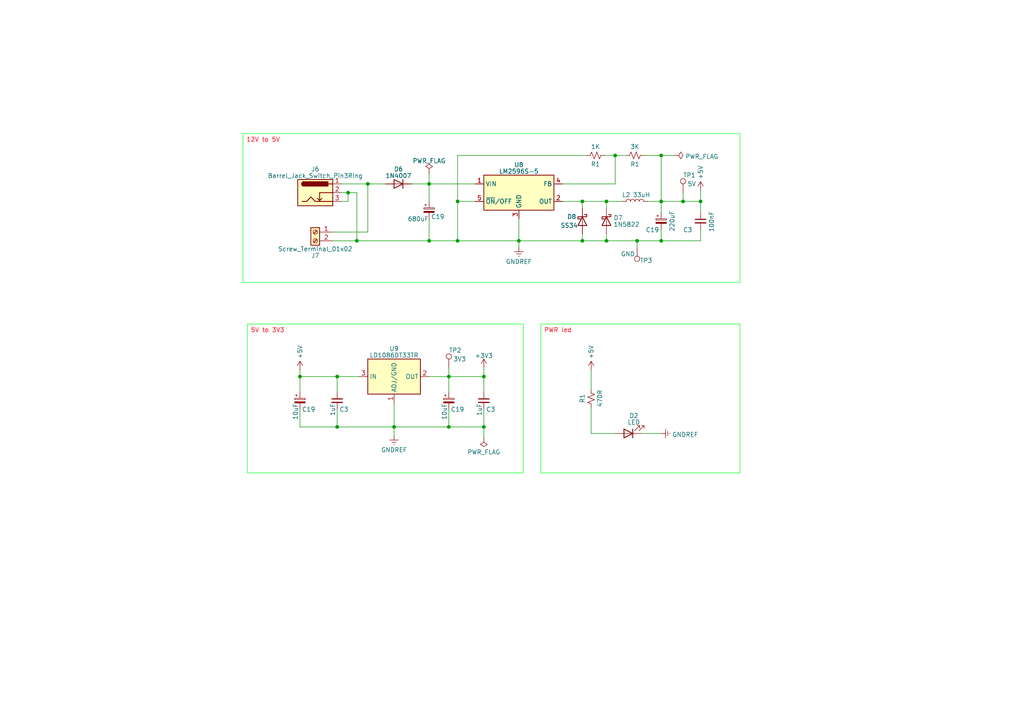
<source format=kicad_sch>
(kicad_sch (version 20230121) (generator eeschema)
  (paper "A4")
  (lib_symbols
    (symbol "Connector:Barrel_Jack_Switch_Pin3Ring" (pin_names hide)
      (property "Reference" "J" (at 0 5.334 0))
      (property "Value" "Barrel_Jack_Switch_Pin3Ring" (at 0 -5.08 0))
      (symbol "Barrel_Jack_Switch_Pin3Ring_0_1"
        (rectangle (start -5.08 3.81) (end 5.08 -3.81) (stroke (width 0.254)) (fill (type background)))
        (arc (start -3.302 3.175) (mid -3.9343 2.54) (end -3.302 1.905) (stroke (width 0.254)))
        (arc (start -3.302 3.175) (mid -3.9343 2.54) (end -3.302 1.905) (stroke (width 0.254)) (fill (type outline)))
        (polyline (pts (xy 1.27 -2.286) (xy 1.905 -1.651)) (stroke (width 0.254)))
        (polyline (pts (xy 5.08 2.54) (xy 3.81 2.54)) (stroke (width 0.254)))
        (polyline (pts (xy 5.08 0) (xy 1.27 0) (xy 1.27 -2.286) (xy 0.635 -1.651)) (stroke (width 0.254)))
        (polyline (pts (xy -3.81 -2.54) (xy -2.54 -2.54) (xy -1.27 -1.27) (xy 0 -2.54) (xy 2.54 -2.54) (xy 5.08 -2.54)) (stroke (width 0.254)))
        (rectangle (start 3.683 3.175) (end -3.302 1.905) (stroke (width 0.254)) (fill (type outline)))
      )
      (symbol "Barrel_Jack_Switch_Pin3Ring_1_1"
        (pin passive line (at 7.62 2.54 180) (length 2.54) (name "~") (number "1"))
        (pin passive line (at 7.62 0 180) (length 2.54) (name "~") (number "2"))
        (pin passive line (at 7.62 -2.54 180) (length 2.54) (name "~") (number "3"))
      )
    )
    (symbol "Connector:Screw_Terminal_01x02" (pin_names (offset 1.016) hide)
      (property "Reference" "J" (at 0 2.54 0))
      (property "Value" "Screw_Terminal_01x02" (at 0 -5.08 0))
      (symbol "Screw_Terminal_01x02_1_1"
        (rectangle (start -1.27 1.27) (end 1.27 -3.81) (stroke (width 0.254)) (fill (type background)))
        (circle (center 0 -2.54) (radius 0.635) (stroke (width 0.1524)))
        (polyline (pts (xy -0.5334 -2.2098) (xy 0.3302 -3.048)) (stroke (width 0.1524)))
        (polyline (pts (xy -0.5334 0.3302) (xy 0.3302 -0.508)) (stroke (width 0.1524)))
        (polyline (pts (xy -0.3556 -2.032) (xy 0.508 -2.8702)) (stroke (width 0.1524)))
        (polyline (pts (xy -0.3556 0.508) (xy 0.508 -0.3302)) (stroke (width 0.1524)))
        (circle (center 0 0) (radius 0.635) (stroke (width 0.1524)))
        (pin passive line (at -5.08 0 0) (length 3.81) (name "Pin_1") (number "1"))
        (pin passive line (at -5.08 -2.54 0) (length 3.81) (name "Pin_2") (number "2"))
      )
    )
    (symbol "Connector:TestPoint" (pin_numbers hide) (pin_names (offset 0.762) hide)
      (property "Reference" "TP" (at 0 6.858 0))
      (property "Value" "TestPoint" (at 0 5.08 0))
      (symbol "TestPoint_0_1"
        (circle (center 0 3.302) (radius 0.762))
      )
      (symbol "TestPoint_1_1"
        (pin passive line (at 0 0 90) (length 2.54) (name "1") (number "1"))
      )
    )
    (symbol "Device:C_Polarized_Small" (pin_numbers hide) (pin_names (offset 0.254) hide)
      (property "Reference" "C" (at 0.254 1.778 0))
      (property "Value" "C_Polarized_Small" (at 0.254 -2.032 0))
      (symbol "C_Polarized_Small_0_1"
        (rectangle (start -1.524 -0.3048) (end 1.524 -0.6858) (fill (type outline)))
        (rectangle (start -1.524 0.6858) (end 1.524 0.3048))
        (polyline (pts (xy -1.27 1.524) (xy -0.762 1.524)))
        (polyline (pts (xy -1.016 1.27) (xy -1.016 1.778)))
      )
      (symbol "C_Polarized_Small_1_1"
        (pin passive line (at 0 2.54 270) (length 1.8542) (name "~") (number "1"))
        (pin passive line (at 0 -2.54 90) (length 1.8542) (name "~") (number "2"))
      )
    )
    (symbol "Device:C_Small" (pin_numbers hide) (pin_names (offset 0.254) hide)
      (property "Reference" "C" (at 0.254 1.778 0))
      (property "Value" "C_Small" (at 0.254 -2.032 0))
      (symbol "C_Small_0_1"
        (polyline (pts (xy -1.524 -0.508) (xy 1.524 -0.508)) (stroke (width 0.3302)))
        (polyline (pts (xy -1.524 0.508) (xy 1.524 0.508)) (stroke (width 0.3048)))
      )
      (symbol "C_Small_1_1"
        (pin passive line (at 0 2.54 270) (length 2.032) (name "~") (number "1"))
        (pin passive line (at 0 -2.54 90) (length 2.032) (name "~") (number "2"))
      )
    )
    (symbol "Device:D_Schottky" (pin_numbers hide) (pin_names (offset 1.016) hide)
      (property "Reference" "D" (at 0 2.54 0))
      (property "Value" "D_Schottky" (at 0 -2.54 0))
      (symbol "D_Schottky_0_1"
        (polyline (pts (xy 1.27 0) (xy -1.27 0)))
        (polyline (pts (xy 1.27 1.27) (xy 1.27 -1.27) (xy -1.27 0) (xy 1.27 1.27)) (stroke (width 0.254)))
        (polyline (pts (xy -1.905 0.635) (xy -1.905 1.27) (xy -1.27 1.27) (xy -1.27 -1.27) (xy -0.635 -1.27) (xy -0.635 -0.635)) (stroke (width 0.254)))
      )
      (symbol "D_Schottky_1_1"
        (pin passive line (at -3.81 0 0) (length 2.54) (name "K") (number "1"))
        (pin passive line (at 3.81 0 180) (length 2.54) (name "A") (number "2"))
      )
    )
    (symbol "Device:L" (pin_numbers hide) (pin_names (offset 1.016) hide)
      (property "Reference" "L" (at -1.27 0 90))
      (property "Value" "L" (at 1.905 0 90))
      (symbol "L_0_1"
        (arc (start 0 -2.54) (mid 0.6323 -1.905) (end 0 -1.27))
        (arc (start 0 -1.27) (mid 0.6323 -0.635) (end 0 0))
        (arc (start 0 0) (mid 0.6323 0.635) (end 0 1.27))
        (arc (start 0 1.27) (mid 0.6323 1.905) (end 0 2.54))
      )
      (symbol "L_1_1"
        (pin passive line (at 0 3.81 270) (length 1.27) (name "1") (number "1"))
        (pin passive line (at 0 -3.81 90) (length 1.27) (name "2") (number "2"))
      )
    )
    (symbol "Device:LED" (pin_numbers hide) (pin_names (offset 1.016) hide)
      (property "Reference" "D" (at 0 2.54 0))
      (property "Value" "LED" (at 0 -2.54 0))
      (symbol "LED_0_1"
        (polyline (pts (xy -1.27 -1.27) (xy -1.27 1.27)) (stroke (width 0.254)))
        (polyline (pts (xy -1.27 0) (xy 1.27 0)))
        (polyline (pts (xy 1.27 -1.27) (xy 1.27 1.27) (xy -1.27 0) (xy 1.27 -1.27)) (stroke (width 0.254)))
        (polyline (pts (xy -3.048 -0.762) (xy -4.572 -2.286) (xy -3.81 -2.286) (xy -4.572 -2.286) (xy -4.572 -1.524)))
        (polyline (pts (xy -1.778 -0.762) (xy -3.302 -2.286) (xy -2.54 -2.286) (xy -3.302 -2.286) (xy -3.302 -1.524)))
      )
      (symbol "LED_1_1"
        (pin passive line (at -3.81 0 0) (length 2.54) (name "K") (number "1"))
        (pin passive line (at 3.81 0 180) (length 2.54) (name "A") (number "2"))
      )
    )
    (symbol "Device:R_Small_US" (pin_numbers hide) (pin_names (offset 0.254) hide)
      (property "Reference" "R" (at 0.762 0.508 0))
      (property "Value" "R_Small_US" (at 0.762 -1.016 0))
      (symbol "R_Small_US_1_1"
        (polyline (pts (xy 0 0) (xy 1.016 -0.381) (xy 0 -0.762) (xy -1.016 -1.143) (xy 0 -1.524)))
        (polyline (pts (xy 0 1.524) (xy 1.016 1.143) (xy 0 0.762) (xy -1.016 0.381) (xy 0 0)))
        (pin passive line (at 0 2.54 270) (length 1.016) (name "~") (number "1"))
        (pin passive line (at 0 -2.54 90) (length 1.016) (name "~") (number "2"))
      )
    )
    (symbol "Diode:1N4007" (pin_numbers hide) (pin_names hide)
      (property "Reference" "D" (at 0 2.54 0))
      (property "Value" "1N4007" (at 0 -2.54 0))
      (symbol "1N4007_0_1"
        (polyline (pts (xy -1.27 1.27) (xy -1.27 -1.27)) (stroke (width 0.254)))
        (polyline (pts (xy 1.27 0) (xy -1.27 0)))
        (polyline (pts (xy 1.27 1.27) (xy 1.27 -1.27) (xy -1.27 0) (xy 1.27 1.27)) (stroke (width 0.254)))
      )
      (symbol "1N4007_1_1"
        (pin passive line (at -3.81 0 0) (length 2.54) (name "K") (number "1"))
        (pin passive line (at 3.81 0 180) (length 2.54) (name "A") (number "2"))
      )
    )
    (symbol "Diode:1N5822" (pin_numbers hide) (pin_names (offset 1.016) hide)
      (property "Reference" "D" (at 0 2.54 0))
      (property "Value" "1N5822" (at 0 -2.54 0))
      (symbol "1N5822_0_1"
        (polyline (pts (xy 1.27 0) (xy -1.27 0)))
        (polyline (pts (xy 1.27 1.27) (xy 1.27 -1.27) (xy -1.27 0) (xy 1.27 1.27)) (stroke (width 0.254)))
        (polyline (pts (xy -1.905 0.635) (xy -1.905 1.27) (xy -1.27 1.27) (xy -1.27 -1.27) (xy -0.635 -1.27) (xy -0.635 -0.635)) (stroke (width 0.254)))
      )
      (symbol "1N5822_1_1"
        (pin passive line (at -3.81 0 0) (length 2.54) (name "K") (number "1"))
        (pin passive line (at 3.81 0 180) (length 2.54) (name "A") (number "2"))
      )
    )
    (symbol "Regulator_Linear:LD1086DT33TR"
      (property "Reference" "U" (at 0 10.16 0))
      (property "Value" "LD1086DT33TR" (at 0 7.62 0))
      (symbol "LD1086DT33TR_1_1"
        (rectangle (start -7.62 -5.08) (end 7.62 5.08) (stroke (width 0.254)) (fill (type background)))
        (pin input line (at 0 -7.62 90) (length 2.54) (name "ADJ/GND") (number "1"))
        (pin power_out line (at 10.16 0 180) (length 2.54) (name "OUT") (number "2"))
        (pin power_in line (at -10.16 0 0) (length 2.54) (name "IN") (number "3"))
      )
    )
    (symbol "Regulator_Switching:LM2596S-5"
      (property "Reference" "U" (at -10.16 6.35 0))
      (property "Value" "LM2596S-5" (at 0 6.35 0))
      (symbol "LM2596S-5_0_1"
        (rectangle (start -10.16 5.08) (end 10.16 -5.08) (stroke (width 0.254)) (fill (type background)))
      )
      (symbol "LM2596S-5_1_1"
        (pin power_in line (at -12.7 2.54 0) (length 2.54) (name "VIN") (number "1"))
        (pin output line (at 12.7 -2.54 180) (length 2.54) (name "OUT") (number "2"))
        (pin power_in line (at 0 -7.62 90) (length 2.54) (name "GND") (number "3"))
        (pin input line (at 12.7 2.54 180) (length 2.54) (name "FB") (number "4"))
        (pin input line (at -12.7 -2.54 0) (length 2.54) (name "~{ON}/OFF") (number "5"))
      )
    )
    (symbol "power:+3V3" (power) (pin_names (offset 0))
      (property "Value" "+3V3" (at 0 3.556 0))
      (symbol "+3V3_0_1"
        (polyline (pts (xy -0.762 1.27) (xy 0 2.54)))
        (polyline (pts (xy 0 0) (xy 0 2.54)))
        (polyline (pts (xy 0 2.54) (xy 0.762 1.27)))
      )
      (symbol "+3V3_1_1"
        (pin power_in line (at 0 0 90) (length 0) hide (name "+3V3") (number "1"))
      )
    )
    (symbol "power:+5V" (power) (pin_names (offset 0))
      (property "Value" "+5V" (at 0 3.556 0))
      (symbol "+5V_0_1"
        (polyline (pts (xy -0.762 1.27) (xy 0 2.54)))
        (polyline (pts (xy 0 0) (xy 0 2.54)))
        (polyline (pts (xy 0 2.54) (xy 0.762 1.27)))
      )
      (symbol "+5V_1_1"
        (pin power_in line (at 0 0 90) (length 0) hide (name "+5V") (number "1"))
      )
    )
    (symbol "power:GNDREF" (power) (pin_names (offset 0))
      (property "Value" "GNDREF" (at 0 -3.81 0))
      (symbol "GNDREF_0_1"
        (polyline (pts (xy -0.635 -1.905) (xy 0.635 -1.905)))
        (polyline (pts (xy -0.127 -2.54) (xy 0.127 -2.54)))
        (polyline (pts (xy 0 -1.27) (xy 0 0)))
        (polyline (pts (xy 1.27 -1.27) (xy -1.27 -1.27)))
      )
      (symbol "GNDREF_1_1"
        (pin power_in line (at 0 0 270) (length 0) hide (name "GNDREF") (number "1"))
      )
    )
    (symbol "power:PWR_FLAG" (power) (pin_numbers hide) (pin_names (offset 0) hide)
      (property "Value" "PWR_FLAG" (at 0 3.81 0))
      (symbol "PWR_FLAG_0_0"
        (pin power_out line (at 0 0 90) (length 0) (name "pwr") (number "1"))
      )
      (symbol "PWR_FLAG_0_1"
        (polyline (pts (xy 0 0) (xy 0 1.27) (xy -1.016 1.905) (xy 0 2.54) (xy 1.016 1.905) (xy 0 1.27)))
      )
    )
  )
  (junction (at 198.12 58.42))
  (junction (at 130.175 109.22))
  (junction (at 175.895 69.85))
  (junction (at 97.79 123.825))
  (junction (at 191.77 45.085))
  (junction (at 203.2 58.42))
  (junction (at 168.91 58.42))
  (junction (at 191.77 69.85))
  (junction (at 175.895 58.42))
  (junction (at 132.715 58.42))
  (junction (at 100.965 55.88))
  (junction (at 106.68 53.34))
  (junction (at 114.3 123.825))
  (junction (at 132.715 69.85))
  (junction (at 97.79 109.22))
  (junction (at 168.91 69.85))
  (junction (at 86.995 109.22))
  (junction (at 191.77 58.42))
  (junction (at 124.46 53.34))
  (junction (at 103.505 69.85))
  (junction (at 140.335 109.22))
  (junction (at 130.175 123.825))
  (junction (at 150.495 69.85))
  (junction (at 124.46 69.85))
  (junction (at 140.335 123.825))
  (junction (at 184.785 69.85))
  (junction (at 178.435 45.085))
  (wire (pts (xy 132.715 69.85) (xy 150.495 69.85)))
  (wire (pts (xy 140.335 109.22) (xy 130.175 109.22)))
  (wire (pts (xy 97.79 118.745) (xy 97.79 123.825)))
  (wire (pts (xy 178.435 53.34) (xy 178.435 45.085)))
  (wire (pts (xy 137.795 58.42) (xy 132.715 58.42)))
  (wire (pts (xy 203.2 66.675) (xy 203.2 69.85)))
  (wire (pts (xy 100.965 55.88) (xy 103.505 55.88)))
  (wire (pts (xy 86.995 109.22) (xy 97.79 109.22)))
  (wire (pts (xy 124.46 53.34) (xy 124.46 58.42)))
  (wire (pts (xy 168.91 58.42) (xy 175.895 58.42)))
  (wire (pts (xy 103.505 55.88) (xy 103.505 69.85)))
  (wire (pts (xy 186.055 125.73) (xy 191.77 125.73)))
  (wire (pts (xy 191.77 69.85) (xy 191.77 66.675)))
  (wire (pts (xy 150.495 69.85) (xy 168.91 69.85)))
  (wire (pts (xy 130.175 113.665) (xy 130.175 109.22)))
  (wire (pts (xy 178.435 45.085) (xy 175.26 45.085)))
  (wire (pts (xy 187.96 58.42) (xy 191.77 58.42)))
  (wire (pts (xy 124.46 63.5) (xy 124.46 69.85)))
  (wire (pts (xy 119.38 53.34) (xy 124.46 53.34)))
  (wire (pts (xy 114.3 123.825) (xy 114.3 116.84)))
  (wire (pts (xy 100.965 55.88) (xy 100.965 58.42)))
  (wire (pts (xy 184.785 69.85) (xy 191.77 69.85)))
  (wire (pts (xy 124.46 50.165) (xy 124.46 53.34)))
  (wire (pts (xy 132.715 58.42) (xy 132.715 69.85)))
  (wire (pts (xy 203.2 55.245) (xy 203.2 58.42)))
  (wire (pts (xy 171.45 107.315) (xy 171.45 113.03)))
  (wire (pts (xy 106.68 67.31) (xy 106.68 53.34)))
  (wire (pts (xy 99.06 55.88) (xy 100.965 55.88)))
  (wire (pts (xy 195.58 45.085) (xy 191.77 45.085)))
  (wire (pts (xy 180.34 58.42) (xy 175.895 58.42)))
  (wire (pts (xy 99.06 53.34) (xy 106.68 53.34)))
  (wire (pts (xy 124.46 69.85) (xy 132.715 69.85)))
  (wire (pts (xy 140.335 106.68) (xy 140.335 109.22)))
  (wire (pts (xy 178.435 45.085) (xy 181.61 45.085)))
  (wire (pts (xy 171.45 118.11) (xy 171.45 125.73)))
  (wire (pts (xy 114.3 126.365) (xy 114.3 123.825)))
  (wire (pts (xy 86.995 107.315) (xy 86.995 109.22)))
  (wire (pts (xy 86.995 109.22) (xy 86.995 113.665)))
  (wire (pts (xy 168.91 67.945) (xy 168.91 69.85)))
  (wire (pts (xy 86.995 123.825) (xy 97.79 123.825)))
  (wire (pts (xy 170.18 45.085) (xy 132.715 45.085)))
  (wire (pts (xy 103.505 69.85) (xy 96.52 69.85)))
  (wire (pts (xy 163.195 53.34) (xy 178.435 53.34)))
  (wire (pts (xy 175.895 69.85) (xy 184.785 69.85)))
  (wire (pts (xy 140.335 127) (xy 140.335 123.825)))
  (wire (pts (xy 203.2 58.42) (xy 203.2 61.595)))
  (wire (pts (xy 140.335 113.665) (xy 140.335 109.22)))
  (wire (pts (xy 103.505 69.85) (xy 124.46 69.85)))
  (wire (pts (xy 150.495 69.85) (xy 150.495 63.5)))
  (wire (pts (xy 198.12 58.42) (xy 203.2 58.42)))
  (wire (pts (xy 175.895 60.325) (xy 175.895 58.42)))
  (wire (pts (xy 97.79 109.22) (xy 97.79 113.665)))
  (wire (pts (xy 132.715 45.085) (xy 132.715 58.42)))
  (wire (pts (xy 168.91 69.85) (xy 175.895 69.85)))
  (wire (pts (xy 97.79 109.22) (xy 104.14 109.22)))
  (wire (pts (xy 191.77 45.085) (xy 191.77 58.42)))
  (wire (pts (xy 130.175 109.22) (xy 124.46 109.22)))
  (wire (pts (xy 100.965 58.42) (xy 99.06 58.42)))
  (wire (pts (xy 86.995 118.745) (xy 86.995 123.825)))
  (wire (pts (xy 96.52 67.31) (xy 106.68 67.31)))
  (wire (pts (xy 191.77 61.595) (xy 191.77 58.42)))
  (wire (pts (xy 140.335 118.745) (xy 140.335 123.825)))
  (wire (pts (xy 150.495 71.755) (xy 150.495 69.85)))
  (wire (pts (xy 140.335 123.825) (xy 130.175 123.825)))
  (wire (pts (xy 198.12 55.88) (xy 198.12 58.42)))
  (wire (pts (xy 163.195 58.42) (xy 168.91 58.42)))
  (wire (pts (xy 171.45 125.73) (xy 178.435 125.73)))
  (wire (pts (xy 106.68 53.34) (xy 111.76 53.34)))
  (wire (pts (xy 184.785 71.755) (xy 184.785 69.85)))
  (wire (pts (xy 124.46 53.34) (xy 137.795 53.34)))
  (wire (pts (xy 130.175 118.745) (xy 130.175 123.825)))
  (wire (pts (xy 191.77 58.42) (xy 198.12 58.42)))
  (wire (pts (xy 168.91 58.42) (xy 168.91 60.325)))
  (wire (pts (xy 130.175 106.68) (xy 130.175 109.22)))
  (wire (pts (xy 97.79 123.825) (xy 114.3 123.825)))
  (wire (pts (xy 191.77 69.85) (xy 203.2 69.85)))
  (wire (pts (xy 175.895 67.945) (xy 175.895 69.85)))
  (wire (pts (xy 130.175 123.825) (xy 114.3 123.825)))
  (wire (pts (xy 186.69 45.085) (xy 191.77 45.085)))
  (text_box "5V to 3V3\n\n" (at 71.755 93.98 0) (size 80.01 43.18) (stroke (width 0) (color 0 255 24 1)) (effects (font (size 1.27 1.27)) (justify left top)))
  (text_box "PWR led\n\n" (at 156.845 93.98 0) (size 57.785 43.18) (stroke (width 0) (color 0 255 24 1)) (effects (font (size 1.27 1.27)) (justify left top)))
  (text_box "12V to 5V\n\n" (at 70.485 38.735 0) (size 144.145 43.18) (stroke (width 0) (color 0 255 24 1)) (effects (font (size 1.27 1.27)) (justify left top)))
  (symbol (lib_id "Device:C_Polarized_Small") (at 130.175 116.205 0) (unit 1)
    (property "Reference" "C19" (at 132.715 118.745 0))
    (property "Value" "10uF" (at 128.905 119.38 90))
    (property "Footprint" "Capacitor_THT:CP_Radial_D10.0mm_P2.50mm" (effects hide))
    (instances (project "Sistem_Tasarim" (path "" (reference "C19") (unit 1)) (path "" (reference "C31") (unit 1))))
  )
  (symbol (lib_id "Device:D_Schottky") (at 168.91 64.135 270) (unit 1)
    (property "Reference" "D8" (at 164.465 62.865 90) (effects (justify left)))
    (property "Value" "SS34" (at 162.56 65.405 90) (effects (justify left)))
    (property "Footprint" "Diode_SMD:D_SMC" (effects hide))
  )
  (symbol (lib_id "Device:R_Small_US") (at 171.45 115.57 0) (unit 1)
    (property "Reference" "R1" (at 168.91 115.57 90))
    (property "Value" "470R" (at 173.99 115.57 90))
    (property "Footprint" "Resistor_SMD:R_0805_2012Metric" (effects hide))
    (instances (project "Sistem_Tasarim" (path "" (reference "R1") (unit 1)) (path "" (reference "R1") (unit 1)) (path "" (reference "R20") (unit 1)) (path "" (reference "R24") (unit 1))))
  )
  (symbol (lib_id "Device:C_Small") (at 97.79 116.205 0) (unit 1)
    (property "Reference" "C3" (at 98.425 118.745 0) (effects (justify left)))
    (property "Value" "1uF" (at 96.52 120.65 90) (effects (justify left)))
    (property "Footprint" "Capacitor_SMD:C_0805_2012Metric" (effects hide))
    (instances (project "Sistem_Tasarim" (path "" (reference "C3") (unit 1)) (path "" (reference "C14") (unit 1)) (path "" (reference "C18") (unit 1)) (path "" (reference "C30") (unit 1))))
  )
  (symbol (lib_id "Device:C_Small") (at 140.335 116.205 0) (unit 1)
    (property "Reference" "C3" (at 140.97 118.745 0) (effects (justify left)))
    (property "Value" "1uF" (at 139.065 120.65 90) (effects (justify left)))
    (property "Footprint" "Capacitor_SMD:C_0805_2012Metric" (effects hide))
    (instances (project "Sistem_Tasarim" (path "" (reference "C3") (unit 1)) (path "" (reference "C14") (unit 1)) (path "" (reference "C18") (unit 1)) (path "" (reference "C32") (unit 1))))
  )
  (symbol (lib_id "Diode:1N4007") (at 115.57 53.34 180) (unit 1)
    (property "Reference" "D6" (at 115.57 49.0601 0))
    (property "Value" "1N4007" (at 115.57 50.9811 0))
    (property "Footprint" "Diode_THT:D_DO-41_SOD81_P10.16mm_Horizontal" (effects hide))
    (property "Datasheet" "http://www.vishay.com/docs/88503/1n4001.pdf" (effects hide))
    (property "Sim.Device" "D" (effects hide))
    (property "Sim.Pins" "1=K 2=A" (effects hide))
  )
  (symbol (lib_id "Device:C_Polarized_Small") (at 124.46 60.96 0) (unit 1)
    (property "Reference" "C19" (at 127 62.865 0))
    (property "Value" "680uF" (at 121.285 63.5 0))
    (property "Footprint" "Capacitor_THT:CP_Radial_D10.0mm_P5.00mm" (effects hide))
    (instances (project "Sistem_Tasarim" (path "" (reference "C19") (unit 1)) (path "" (reference "C26") (unit 1))))
  )
  (symbol (lib_id "Device:LED") (at 182.245 125.73 180) (unit 1)
    (property "Reference" "D2" (at 183.8325 120.5611 0))
    (property "Value" "LED" (at 183.8325 122.4821 0))
    (property "Footprint" "LED_SMD:LED_0805_2012Metric" (effects hide))
    (instances (project "Sistem_Tasarim" (path "" (reference "D2") (unit 1)) (path "" (reference "D9") (unit 1))))
  )
  (symbol (lib_id "Connector:TestPoint") (at 130.175 106.68 0) (unit 1)
    (property "Reference" "TP2" (at 130.175 101.6 0) (effects (justify left)))
    (property "Value" "3V3" (at 131.445 104.14 0) (effects (justify left)))
    (property "Footprint" "TestPoint:TestPoint_Pad_1.0x1.0mm" (effects hide))
  )
  (symbol (lib_id "Connector:Barrel_Jack_Switch_Pin3Ring") (at 91.44 55.88 0) (unit 1)
    (property "Reference" "J6" (at 91.44 49.0601 0))
    (property "Value" "Barrel_Jack_Switch_Pin3Ring" (at 91.44 50.9811 0))
    (property "Footprint" "User_Footprint:DC_Power_Jack" (effects hide))
  )
  (symbol (lib_id "power:PWR_FLAG") (at 124.46 50.165 0) (unit 1)
    (property "Reference" "#FLG01" (effects hide))
    (property "Value" "PWR_FLAG" (at 124.46 46.6631 0))
  )
  (symbol (lib_id "Device:C_Small") (at 203.2 64.135 0) (unit 1)
    (property "Reference" "C3" (at 198.12 66.675 0) (effects (justify left)))
    (property "Value" "100nF" (at 206.375 67.31 90) (effects (justify left)))
    (property "Footprint" "Capacitor_SMD:C_0805_2012Metric" (effects hide))
    (instances (project "Sistem_Tasarim" (path "" (reference "C3") (unit 1)) (path "" (reference "C14") (unit 1)) (path "" (reference "C18") (unit 1)) (path "" (reference "C28") (unit 1))))
  )
  (symbol (lib_id "Regulator_Switching:LM2596S-5") (at 150.495 55.88 0) (unit 1)
    (property "Reference" "U8" (at 150.495 47.7901 0))
    (property "Value" "LM2596S-5" (at 150.495 49.7111 0))
    (property "Footprint" "Package_TO_SOT_SMD:TO-263-5_TabPin3" (effects hide))
    (property "Datasheet" "http://www.ti.com/lit/ds/symlink/lm2596.pdf" (effects hide))
  )
  (symbol (lib_id "Device:C_Polarized_Small") (at 191.77 64.135 0) (unit 1)
    (property "Reference" "C19" (at 189.23 66.675 0))
    (property "Value" "220uF" (at 194.945 64.135 90))
    (property "Footprint" "Capacitor_THT:CP_Radial_D10.0mm_P3.80mm" (effects hide))
    (instances (project "Sistem_Tasarim" (path "" (reference "C19") (unit 1)) (path "" (reference "C27") (unit 1))))
  )
  (symbol (lib_id "power:PWR_FLAG") (at 140.335 127 180) (unit 1)
    (property "Reference" "#FLG03" (effects hide))
    (property "Value" "PWR_FLAG" (at 140.335 131.1355 0))
    (instances (project "Sistem_Tasarim" (path "" (reference "#FLG03") (unit 1)) (path "" (reference "#FLG07") (unit 1))))
  )
  (symbol (lib_id "power:+5V") (at 86.995 107.315 0) (unit 1)
    (property "Reference" "#PWR011" (effects hide))
    (property "Value" "+5V" (at 86.995 104.14 90) (effects (justify left)))
    (instances (project "Sistem_Tasarim" (path "" (reference "#PWR011") (unit 1)) (path "" (reference "#PWR030") (unit 1)) (path "" (reference "#PWR049") (unit 1)) (path "" (reference "#PWR057") (unit 1)) (path "" (reference "#PWR066") (unit 1))))
  )
  (symbol (lib_id "Device:R_Small_US") (at 184.15 45.085 90) (unit 1)
    (property "Reference" "R1" (at 184.15 47.625 90))
    (property "Value" "3K" (at 184.15 42.545 90))
    (property "Footprint" "Resistor_SMD:R_0805_2012Metric" (effects hide))
    (instances (project "Sistem_Tasarim" (path "" (reference "R1") (unit 1)) (path "" (reference "R1") (unit 1)) (path "" (reference "R20") (unit 1)) (path "" (reference "R26") (unit 1))))
  )
  (symbol (lib_id "Device:L") (at 184.15 58.42 90) (unit 1)
    (property "Reference" "L2" (at 181.61 56.515 90))
    (property "Value" "33uH" (at 186.055 56.515 90))
    (property "Footprint" "User_Footprint:INDUCTOR_12x12x8" (effects hide))
  )
  (symbol (lib_id "power:GNDREF") (at 191.77 125.73 90) (unit 1)
    (property "Reference" "#PWR02" (effects hide))
    (property "Value" "GNDREF" (at 194.945 126.0468 90) (effects (justify right)))
    (instances (project "Sistem_Tasarim" (path "" (reference "#PWR02") (unit 1)) (path "" (reference "#PWR02") (unit 1)) (path "" (reference "#PWR038") (unit 1)) (path "" (reference "#PWR065") (unit 1))))
  )
  (symbol (lib_id "power:+3V3") (at 140.335 106.68 0) (unit 1)
    (property "Reference" "#PWR08" (effects hide))
    (property "Value" "+3V3" (at 140.335 103.1781 0))
    (instances (project "Sistem_Tasarim" (path "" (reference "#PWR08") (unit 1)) (path "" (reference "#PWR08") (unit 1)) (path "" (reference "#PWR037") (unit 1)) (path "" (reference "#PWR063") (unit 1))))
  )
  (symbol (lib_id "power:+5V") (at 203.2 55.245 0) (unit 1)
    (property "Reference" "#PWR011" (effects hide))
    (property "Value" "+5V" (at 203.2 52.07 90) (effects (justify left)))
    (instances (project "Sistem_Tasarim" (path "" (reference "#PWR011") (unit 1)) (path "" (reference "#PWR030") (unit 1)) (path "" (reference "#PWR049") (unit 1)) (path "" (reference "#PWR057") (unit 1)) (path "" (reference "#PWR061") (unit 1))))
  )
  (symbol (lib_id "power:+5V") (at 171.45 107.315 0) (unit 1)
    (property "Reference" "#PWR011" (effects hide))
    (property "Value" "+5V" (at 171.45 104.14 90) (effects (justify left)))
    (instances (project "Sistem_Tasarim" (path "" (reference "#PWR011") (unit 1)) (path "" (reference "#PWR030") (unit 1)) (path "" (reference "#PWR049") (unit 1)) (path "" (reference "#PWR057") (unit 1)) (path "" (reference "#PWR064") (unit 1))))
  )
  (symbol (lib_id "Diode:1N5822") (at 175.895 64.135 270) (unit 1)
    (property "Reference" "D7" (at 177.927 63.1738 90) (effects (justify left)))
    (property "Value" "1N5822" (at 177.927 65.0948 90) (effects (justify left)))
    (property "Footprint" "Diode_THT:D_DO-201AD_P15.24mm_Horizontal" (effects hide))
    (property "Datasheet" "http://www.vishay.com/docs/88526/1n5820.pdf" (effects hide))
  )
  (symbol (lib_id "Connector:TestPoint") (at 198.12 55.88 0) (unit 1)
    (property "Reference" "TP1" (at 198.12 50.8 0) (effects (justify left)))
    (property "Value" "5V" (at 199.39 53.34 0) (effects (justify left)))
    (property "Footprint" "TestPoint:TestPoint_Plated_Hole_D2.0mm" (effects hide))
  )
  (symbol (lib_id "Regulator_Linear:LD1086DT33TR") (at 114.3 109.22 0) (unit 1)
    (property "Reference" "U9" (at 114.3 101.1301 0))
    (property "Value" "LD1086DT33TR" (at 114.3 103.0511 0))
    (property "Footprint" "Package_TO_SOT_SMD:TO-252-2" (effects hide))
    (property "Datasheet" "https://www.st.com/resource/en/datasheet/ld1086.pdf" (effects hide))
  )
  (symbol (lib_id "Connector:Screw_Terminal_01x02") (at 91.44 67.31 0) (mirror y) (unit 1)
    (property "Reference" "J7" (at 91.44 74.1299 0))
    (property "Value" "Screw_Terminal_01x02" (at 91.44 72.2089 0))
    (property "Footprint" "TerminalBlock_Phoenix:TerminalBlock_Phoenix_MKDS-1,5-2-5.08_1x02_P5.08mm_Horizontal" (effects hide))
  )
  (symbol (lib_id "power:GNDREF") (at 150.495 71.755 0) (unit 1)
    (property "Reference" "#PWR02" (effects hide))
    (property "Value" "GNDREF" (at 150.495 75.8905 0))
    (instances (project "Sistem_Tasarim" (path "" (reference "#PWR02") (unit 1)) (path "" (reference "#PWR02") (unit 1)) (path "" (reference "#PWR038") (unit 1)) (path "" (reference "#PWR060") (unit 1))))
  )
  (symbol (lib_id "Device:R_Small_US") (at 172.72 45.085 90) (unit 1)
    (property "Reference" "R1" (at 172.72 47.625 90))
    (property "Value" "1K" (at 172.72 42.545 90))
    (property "Footprint" "Resistor_SMD:R_0805_2012Metric" (effects hide))
    (instances (project "Sistem_Tasarim" (path "" (reference "R1") (unit 1)) (path "" (reference "R1") (unit 1)) (path "" (reference "R20") (unit 1)) (path "" (reference "R25") (unit 1))))
  )
  (symbol (lib_id "power:PWR_FLAG") (at 195.58 45.085 270) (unit 1)
    (property "Reference" "#FLG02" (effects hide))
    (property "Value" "PWR_FLAG" (at 198.755 45.4018 90) (effects (justify left)))
  )
  (symbol (lib_id "Connector:TestPoint") (at 184.785 71.755 180) (unit 1)
    (property "Reference" "TP3" (at 189.23 75.565 0) (effects (justify left)))
    (property "Value" "GND" (at 184.15 73.66 0) (effects (justify left)))
    (property "Footprint" "TestPoint:TestPoint_THTPad_2.0x2.0mm_Drill1.0mm" (effects hide))
  )
  (symbol (lib_id "Device:C_Polarized_Small") (at 86.995 116.205 0) (unit 1)
    (property "Reference" "C19" (at 89.535 118.745 0))
    (property "Value" "10uF" (at 85.725 119.38 90))
    (property "Footprint" "Capacitor_THT:CP_Radial_D10.0mm_P2.50mm" (effects hide))
    (instances (project "Sistem_Tasarim" (path "" (reference "C19") (unit 1)) (path "" (reference "C29") (unit 1))))
  )
  (symbol (lib_id "power:GNDREF") (at 114.3 126.365 0) (unit 1)
    (property "Reference" "#PWR02" (effects hide))
    (property "Value" "GNDREF" (at 114.3 130.5005 0))
    (instances (project "Sistem_Tasarim" (path "" (reference "#PWR02") (unit 1)) (path "" (reference "#PWR02") (unit 1)) (path "" (reference "#PWR038") (unit 1)) (path "" (reference "#PWR062") (unit 1))))
  )
)
</source>
